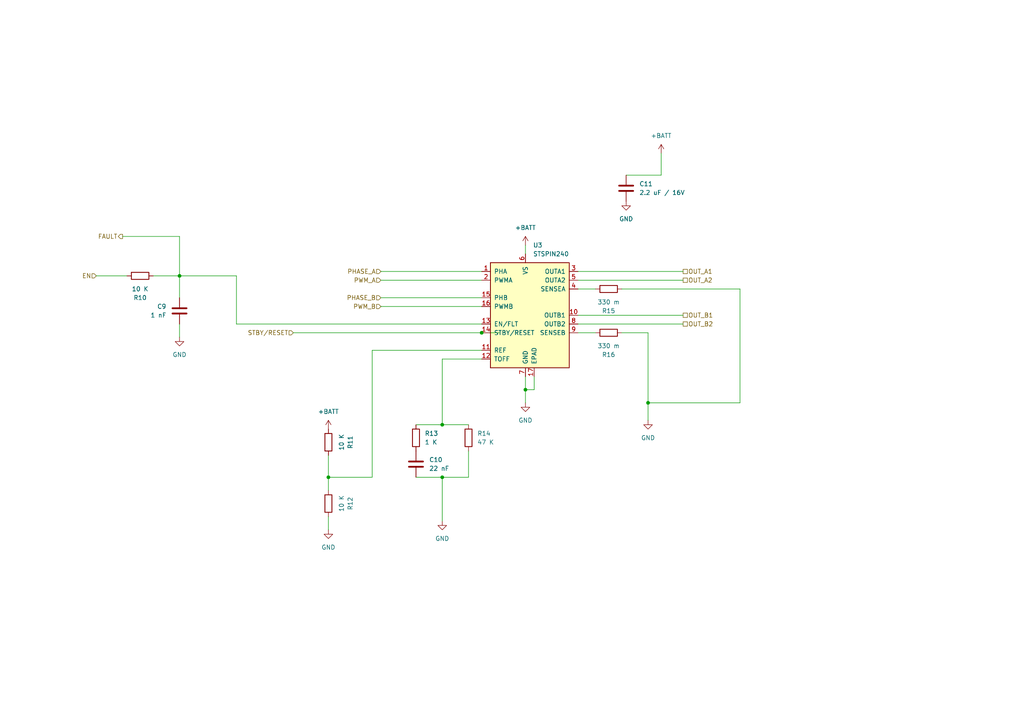
<source format=kicad_sch>
(kicad_sch (version 20230121) (generator eeschema)
  (paper "A4")
  (lib_symbols
    (symbol "Device:C" (pin_numbers hide) (pin_names (offset 0.254))
      (property "Reference" "C" (at 0.635 2.54 0))
      (property "Value" "C" (at 0.635 -2.54 0))
      (symbol "C_0_1"
        (polyline (pts (xy -2.032 -0.762) (xy 2.032 -0.762)) (stroke (width 0.508)))
        (polyline (pts (xy -2.032 0.762) (xy 2.032 0.762)) (stroke (width 0.508)))
      )
      (symbol "C_1_1"
        (pin passive line (at 0 3.81 270) (length 2.794) (name "~") (number "1"))
        (pin passive line (at 0 -3.81 90) (length 2.794) (name "~") (number "2"))
      )
    )
    (symbol "Device:R" (pin_numbers hide) (pin_names (offset 0))
      (property "Reference" "R" (at 2.032 0 90))
      (property "Value" "R" (at 0 0 90))
      (symbol "R_0_1"
        (rectangle (start -1.016 -2.54) (end 1.016 2.54) (stroke (width 0.254)))
      )
      (symbol "R_1_1"
        (pin passive line (at 0 3.81 270) (length 1.27) (name "~") (number "1"))
        (pin passive line (at 0 -3.81 90) (length 1.27) (name "~") (number "2"))
      )
    )
    (symbol "Driver_Motor:STSPIN240" (pin_names (offset 1.016))
      (property "Reference" "U" (at -10.16 16.51 0))
      (property "Value" "STSPIN240" (at 5.08 16.51 0))
      (symbol "STSPIN240_0_1"
        (rectangle (start -10.16 15.24) (end 12.7 -15.24) (stroke (width 0.254)) (fill (type background)))
      )
      (symbol "STSPIN240_1_1"
        (pin input line (at -12.7 12.7 0) (length 2.54) (name "PHA") (number "1"))
        (pin power_out line (at 15.24 0 180) (length 2.54) (name "OUTB1") (number "10"))
        (pin input line (at -12.7 -10.16 0) (length 2.54) (name "REF") (number "11"))
        (pin input line (at -12.7 -12.7 0) (length 2.54) (name "TOFF") (number "12"))
        (pin bidirectional line (at -12.7 -2.54 0) (length 2.54) (name "EN/FLT") (number "13"))
        (pin input line (at -12.7 -5.08 0) (length 2.54) (name "STBY/RESET") (number "14"))
        (pin input line (at -12.7 5.08 0) (length 2.54) (name "PHB") (number "15"))
        (pin input line (at -12.7 2.54 0) (length 2.54) (name "PWMB") (number "16"))
        (pin power_in line (at 2.54 -17.78 90) (length 2.54) (name "EPAD") (number "17"))
        (pin input line (at -12.7 10.16 0) (length 2.54) (name "PWMA") (number "2"))
        (pin power_out line (at 15.24 12.7 180) (length 2.54) (name "OUTA1") (number "3"))
        (pin power_out line (at 15.24 7.62 180) (length 2.54) (name "SENSEA") (number "4"))
        (pin power_out line (at 15.24 10.16 180) (length 2.54) (name "OUTA2") (number "5"))
        (pin power_in line (at 0 17.78 270) (length 2.54) (name "VS") (number "6"))
        (pin power_in line (at 0 -17.78 90) (length 2.54) (name "GND") (number "7"))
        (pin power_out line (at 15.24 -2.54 180) (length 2.54) (name "OUTB2") (number "8"))
        (pin power_out line (at 15.24 -5.08 180) (length 2.54) (name "SENSEB") (number "9"))
      )
    )
    (symbol "power:+BATT" (power) (pin_names (offset 0))
      (property "Value" "+BATT" (at 0 3.556 0))
      (symbol "+BATT_0_1"
        (polyline (pts (xy -0.762 1.27) (xy 0 2.54)))
        (polyline (pts (xy 0 0) (xy 0 2.54)))
        (polyline (pts (xy 0 2.54) (xy 0.762 1.27)))
      )
      (symbol "+BATT_1_1"
        (pin power_in line (at 0 0 90) (length 0) hide (name "+BATT") (number "1"))
      )
    )
    (symbol "power:GND" (power) (pin_names (offset 0))
      (property "Value" "GND" (at 0 -3.81 0))
      (symbol "GND_0_1"
        (polyline (pts (xy 0 0) (xy 0 -1.27) (xy 1.27 -1.27) (xy 0 -2.54) (xy -1.27 -1.27) (xy 0 -1.27)))
      )
      (symbol "GND_1_1"
        (pin power_in line (at 0 0 270) (length 0) hide (name "GND") (number "1"))
      )
    )
  )
  (junction (at 139.7 96.52))
  (junction (at 95.25 138.43))
  (junction (at 52.07 80.01))
  (junction (at 187.96 116.84))
  (junction (at 128.27 123.19))
  (junction (at 128.27 138.43))
  (junction (at 152.4 113.03))
  (wire (pts (xy 107.95 138.43) (xy 95.25 138.43)))
  (wire (pts (xy 35.56 68.58) (xy 52.07 68.58)))
  (wire (pts (xy 214.63 83.82) (xy 214.63 116.84)))
  (wire (pts (xy 110.49 86.36) (xy 139.7 86.36)))
  (wire (pts (xy 167.64 93.98) (xy 198.12 93.98)))
  (wire (pts (xy 52.07 80.01) (xy 68.58 80.01)))
  (wire (pts (xy 110.49 88.9) (xy 139.7 88.9)))
  (wire (pts (xy 167.64 81.28) (xy 198.12 81.28)))
  (wire (pts (xy 95.25 153.67) (xy 95.25 149.86)))
  (wire (pts (xy 128.27 104.14) (xy 128.27 123.19)))
  (wire (pts (xy 187.96 96.52) (xy 180.34 96.52)))
  (wire (pts (xy 52.07 80.01) (xy 52.07 86.36)))
  (wire (pts (xy 181.61 50.8) (xy 191.77 50.8)))
  (wire (pts (xy 191.77 44.45) (xy 191.77 50.8)))
  (wire (pts (xy 52.07 68.58) (xy 52.07 80.01)))
  (wire (pts (xy 128.27 138.43) (xy 120.65 138.43)))
  (wire (pts (xy 107.95 101.6) (xy 107.95 138.43)))
  (wire (pts (xy 187.96 116.84) (xy 187.96 121.92)))
  (wire (pts (xy 52.07 93.98) (xy 52.07 97.79)))
  (wire (pts (xy 187.96 96.52) (xy 187.96 116.84)))
  (wire (pts (xy 152.4 113.03) (xy 152.4 109.22)))
  (wire (pts (xy 110.49 81.28) (xy 139.7 81.28)))
  (wire (pts (xy 120.65 123.19) (xy 128.27 123.19)))
  (wire (pts (xy 167.64 96.52) (xy 172.72 96.52)))
  (wire (pts (xy 144.78 96.52) (xy 139.7 96.52)))
  (wire (pts (xy 44.45 80.01) (xy 52.07 80.01)))
  (wire (pts (xy 68.58 93.98) (xy 139.7 93.98)))
  (wire (pts (xy 135.89 138.43) (xy 128.27 138.43)))
  (wire (pts (xy 167.64 91.44) (xy 198.12 91.44)))
  (wire (pts (xy 95.25 132.08) (xy 95.25 138.43)))
  (wire (pts (xy 167.64 78.74) (xy 198.12 78.74)))
  (wire (pts (xy 167.64 83.82) (xy 172.72 83.82)))
  (wire (pts (xy 135.89 130.81) (xy 135.89 138.43)))
  (wire (pts (xy 68.58 93.98) (xy 68.58 80.01)))
  (wire (pts (xy 128.27 123.19) (xy 135.89 123.19)))
  (wire (pts (xy 128.27 104.14) (xy 139.7 104.14)))
  (wire (pts (xy 214.63 83.82) (xy 180.34 83.82)))
  (wire (pts (xy 107.95 101.6) (xy 139.7 101.6)))
  (wire (pts (xy 154.94 109.22) (xy 154.94 113.03)))
  (wire (pts (xy 152.4 116.84) (xy 152.4 113.03)))
  (wire (pts (xy 85.09 96.52) (xy 139.7 96.52)))
  (wire (pts (xy 214.63 116.84) (xy 187.96 116.84)))
  (wire (pts (xy 152.4 71.12) (xy 152.4 73.66)))
  (wire (pts (xy 110.49 78.74) (xy 139.7 78.74)))
  (wire (pts (xy 95.25 138.43) (xy 95.25 142.24)))
  (wire (pts (xy 27.94 80.01) (xy 36.83 80.01)))
  (wire (pts (xy 154.94 113.03) (xy 152.4 113.03)))
  (wire (pts (xy 128.27 138.43) (xy 128.27 151.13)))
  (hierarchical_label "PHASE_A" (shape input) (at 110.49 78.74 180))
  (hierarchical_label "OUT_A2" (shape passive) (at 198.12 81.28 0))
  (hierarchical_label "PWM_A" (shape input) (at 110.49 81.28 180))
  (hierarchical_label "EN" (shape input) (at 27.94 80.01 180))
  (hierarchical_label "FAULT" (shape output) (at 35.56 68.58 180))
  (hierarchical_label "PHASE_B" (shape input) (at 110.49 86.36 180))
  (hierarchical_label "PWM_B" (shape input) (at 110.49 88.9 180))
  (hierarchical_label "OUT_B2" (shape passive) (at 198.12 93.98 0))
  (hierarchical_label "OUT_A1" (shape passive) (at 198.12 78.74 0))
  (hierarchical_label "OUT_B1" (shape passive) (at 198.12 91.44 0))
  (hierarchical_label "STBY{slash}RESET" (shape input) (at 85.09 96.52 180))
  (symbol (lib_id "power:GND") (at 52.07 97.79 0) (unit 1)
    (property "Reference" "#PWR013" (effects hide))
    (property "Value" "GND" (at 52.07 102.87 0))
  )
  (symbol (lib_id "Device:R") (at 135.89 127 0) (unit 1)
    (property "Reference" "R14" (at 138.43 125.73 0) (effects (justify left)))
    (property "Value" "47 K" (at 138.43 128.27 0) (effects (justify left)))
    (property "Footprint" "Resistor_SMD:R_0603_1608Metric" (effects hide))
  )
  (symbol (lib_id "Device:R") (at 95.25 146.05 0) (mirror x) (unit 1)
    (property "Reference" "R12" (at 101.6 146.05 90))
    (property "Value" "10 K" (at 99.06 146.05 90))
    (property "Footprint" "Resistor_SMD:R_0603_1608Metric" (effects hide))
  )
  (symbol (lib_id "power:GND") (at 95.25 153.67 0) (unit 1)
    (property "Reference" "#PWR015" (effects hide))
    (property "Value" "GND" (at 95.25 158.75 0))
  )
  (symbol (lib_id "power:GND") (at 181.61 58.42 0) (unit 1)
    (property "Reference" "#PWR019" (effects hide))
    (property "Value" "GND" (at 181.61 63.5 0))
  )
  (symbol (lib_id "Device:R") (at 95.25 128.27 0) (mirror x) (unit 1)
    (property "Reference" "R11" (at 101.6 128.27 90))
    (property "Value" "10 K" (at 99.06 128.27 90))
    (property "Footprint" "Resistor_SMD:R_0603_1608Metric" (effects hide))
  )
  (symbol (lib_id "power:+BATT") (at 191.77 44.45 0) (unit 1)
    (property "Reference" "#PWR021" (effects hide))
    (property "Value" "+BATT" (at 191.77 39.37 0))
  )
  (symbol (lib_id "Device:C") (at 52.07 90.17 0) (mirror y) (unit 1)
    (property "Reference" "C9" (at 48.26 88.9 0) (effects (justify left)))
    (property "Value" "1 nF" (at 48.26 91.44 0) (effects (justify left)))
    (property "Footprint" "Capacitor_SMD:C_0603_1608Metric" (effects hide))
  )
  (symbol (lib_id "power:GND") (at 187.96 121.92 0) (unit 1)
    (property "Reference" "#PWR020" (effects hide))
    (property "Value" "GND" (at 187.96 127 0))
  )
  (symbol (lib_id "power:+BATT") (at 95.25 124.46 0) (unit 1)
    (property "Reference" "#PWR014" (effects hide))
    (property "Value" "+BATT" (at 95.25 119.38 0))
  )
  (symbol (lib_id "power:+BATT") (at 152.4 71.12 0) (unit 1)
    (property "Reference" "#PWR017" (effects hide))
    (property "Value" "+BATT" (at 152.4 66.04 0))
  )
  (symbol (lib_id "power:GND") (at 152.4 116.84 0) (unit 1)
    (property "Reference" "#PWR018" (effects hide))
    (property "Value" "GND" (at 152.4 121.92 0))
  )
  (symbol (lib_id "Device:R") (at 120.65 127 0) (unit 1)
    (property "Reference" "R13" (at 123.19 125.73 0) (effects (justify left)))
    (property "Value" "1 K" (at 123.19 128.27 0) (effects (justify left)))
    (property "Footprint" "Resistor_SMD:R_0603_1608Metric" (effects hide))
  )
  (symbol (lib_id "Device:R") (at 40.64 80.01 90) (mirror x) (unit 1)
    (property "Reference" "R10" (at 40.64 86.36 90))
    (property "Value" "10 K" (at 40.64 83.82 90))
    (property "Footprint" "Resistor_SMD:R_0603_1608Metric" (effects hide))
  )
  (symbol (lib_id "power:GND") (at 128.27 151.13 0) (unit 1)
    (property "Reference" "#PWR016" (effects hide))
    (property "Value" "GND" (at 128.27 156.21 0))
  )
  (symbol (lib_id "Device:R") (at 176.53 96.52 90) (mirror x) (unit 1)
    (property "Reference" "R16" (at 176.53 102.87 90))
    (property "Value" "330 m" (at 176.53 100.33 90))
    (property "Footprint" "Resistor_SMD:R_0603_1608Metric" (effects hide))
  )
  (symbol (lib_id "Device:C") (at 120.65 134.62 0) (unit 1)
    (property "Reference" "C10" (at 124.46 133.35 0) (effects (justify left)))
    (property "Value" "22 nF" (at 124.46 135.89 0) (effects (justify left)))
    (property "Footprint" "Capacitor_SMD:C_0603_1608Metric" (effects hide))
  )
  (symbol (lib_id "Driver_Motor:STSPIN240") (at 152.4 91.44 0) (unit 1)
    (property "Reference" "U3" (at 154.5941 71.12 0) (effects (justify left)))
    (property "Value" "STSPIN240" (at 154.5941 73.66 0) (effects (justify left)))
    (property "Footprint" "Package_DFN_QFN:VQFN-16-1EP_3x3mm_P0.5mm_EP1.8x1.8mm" (effects hide))
    (property "Datasheet" "www.st.com/resource/en/datasheet/stspin240.pdf" (effects hide))
  )
  (symbol (lib_id "Device:R") (at 176.53 83.82 90) (mirror x) (unit 1)
    (property "Reference" "R15" (at 176.53 90.17 90))
    (property "Value" "330 m" (at 176.53 87.63 90))
    (property "Footprint" "Resistor_SMD:R_0603_1608Metric" (effects hide))
  )
  (symbol (lib_id "Device:C") (at 181.61 54.61 0) (unit 1)
    (property "Reference" "C11" (at 185.42 53.34 0) (effects (justify left)))
    (property "Value" "2.2 uF / 16V" (at 185.42 55.88 0) (effects (justify left)))
    (property "Footprint" "Capacitor_SMD:C_0603_1608Metric" (effects hide))
  )
)
</source>
